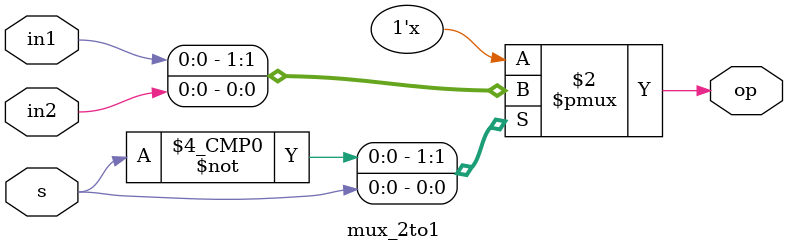
<source format=v>
`timescale 1ns / 1ps


module mux_2to1(
                input in1,
                input in2,
                input s,
                output reg op
               );
       always @ (*)
        begin
            case (s)
                0 : op = in1;
                1 : op = in2;
            endcase
        end        
endmodule

</source>
